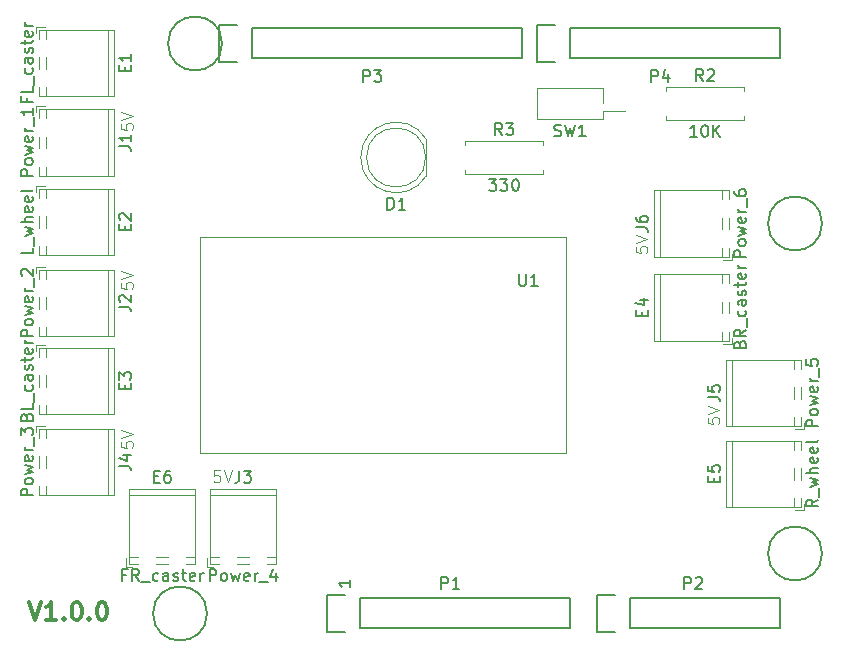
<source format=gto>
%TF.GenerationSoftware,KiCad,Pcbnew,5.1.10-88a1d61d58~90~ubuntu20.04.1*%
%TF.CreationDate,2021-09-15T20:54:35-06:00*%
%TF.ProjectId,Shiled,5368696c-6564-42e6-9b69-6361645f7063,rev?*%
%TF.SameCoordinates,Original*%
%TF.FileFunction,Legend,Top*%
%TF.FilePolarity,Positive*%
%FSLAX46Y46*%
G04 Gerber Fmt 4.6, Leading zero omitted, Abs format (unit mm)*
G04 Created by KiCad (PCBNEW 5.1.10-88a1d61d58~90~ubuntu20.04.1) date 2021-09-15 20:54:35*
%MOMM*%
%LPD*%
G01*
G04 APERTURE LIST*
%ADD10C,0.300000*%
%ADD11C,0.125000*%
%ADD12C,0.150000*%
%ADD13C,0.120000*%
G04 APERTURE END LIST*
D10*
X112212857Y-122876571D02*
X112712857Y-124376571D01*
X113212857Y-122876571D01*
X114498571Y-124376571D02*
X113641428Y-124376571D01*
X114070000Y-124376571D02*
X114070000Y-122876571D01*
X113927142Y-123090857D01*
X113784285Y-123233714D01*
X113641428Y-123305142D01*
X115141428Y-124233714D02*
X115212857Y-124305142D01*
X115141428Y-124376571D01*
X115070000Y-124305142D01*
X115141428Y-124233714D01*
X115141428Y-124376571D01*
X116141428Y-122876571D02*
X116284285Y-122876571D01*
X116427142Y-122948000D01*
X116498571Y-123019428D01*
X116570000Y-123162285D01*
X116641428Y-123448000D01*
X116641428Y-123805142D01*
X116570000Y-124090857D01*
X116498571Y-124233714D01*
X116427142Y-124305142D01*
X116284285Y-124376571D01*
X116141428Y-124376571D01*
X115998571Y-124305142D01*
X115927142Y-124233714D01*
X115855714Y-124090857D01*
X115784285Y-123805142D01*
X115784285Y-123448000D01*
X115855714Y-123162285D01*
X115927142Y-123019428D01*
X115998571Y-122948000D01*
X116141428Y-122876571D01*
X117284285Y-124233714D02*
X117355714Y-124305142D01*
X117284285Y-124376571D01*
X117212857Y-124305142D01*
X117284285Y-124233714D01*
X117284285Y-124376571D01*
X118284285Y-122876571D02*
X118427142Y-122876571D01*
X118570000Y-122948000D01*
X118641428Y-123019428D01*
X118712857Y-123162285D01*
X118784285Y-123448000D01*
X118784285Y-123805142D01*
X118712857Y-124090857D01*
X118641428Y-124233714D01*
X118570000Y-124305142D01*
X118427142Y-124376571D01*
X118284285Y-124376571D01*
X118141428Y-124305142D01*
X118070000Y-124233714D01*
X117998571Y-124090857D01*
X117927142Y-123805142D01*
X117927142Y-123448000D01*
X117998571Y-123162285D01*
X118070000Y-123019428D01*
X118141428Y-122948000D01*
X118284285Y-122876571D01*
D11*
X163536380Y-92773476D02*
X163536380Y-93249666D01*
X164012571Y-93297285D01*
X163964952Y-93249666D01*
X163917333Y-93154428D01*
X163917333Y-92916333D01*
X163964952Y-92821095D01*
X164012571Y-92773476D01*
X164107809Y-92725857D01*
X164345904Y-92725857D01*
X164441142Y-92773476D01*
X164488761Y-92821095D01*
X164536380Y-92916333D01*
X164536380Y-93154428D01*
X164488761Y-93249666D01*
X164441142Y-93297285D01*
X163536380Y-92440142D02*
X164536380Y-92106809D01*
X163536380Y-91773476D01*
X169632380Y-107251476D02*
X169632380Y-107727666D01*
X170108571Y-107775285D01*
X170060952Y-107727666D01*
X170013333Y-107632428D01*
X170013333Y-107394333D01*
X170060952Y-107299095D01*
X170108571Y-107251476D01*
X170203809Y-107203857D01*
X170441904Y-107203857D01*
X170537142Y-107251476D01*
X170584761Y-107299095D01*
X170632380Y-107394333D01*
X170632380Y-107632428D01*
X170584761Y-107727666D01*
X170537142Y-107775285D01*
X169632380Y-106918142D02*
X170632380Y-106584809D01*
X169632380Y-106251476D01*
X128333523Y-111720380D02*
X127857333Y-111720380D01*
X127809714Y-112196571D01*
X127857333Y-112148952D01*
X127952571Y-112101333D01*
X128190666Y-112101333D01*
X128285904Y-112148952D01*
X128333523Y-112196571D01*
X128381142Y-112291809D01*
X128381142Y-112529904D01*
X128333523Y-112625142D01*
X128285904Y-112672761D01*
X128190666Y-112720380D01*
X127952571Y-112720380D01*
X127857333Y-112672761D01*
X127809714Y-112625142D01*
X128666857Y-111720380D02*
X129000190Y-112720380D01*
X129333523Y-111720380D01*
X119975380Y-109283476D02*
X119975380Y-109759666D01*
X120451571Y-109807285D01*
X120403952Y-109759666D01*
X120356333Y-109664428D01*
X120356333Y-109426333D01*
X120403952Y-109331095D01*
X120451571Y-109283476D01*
X120546809Y-109235857D01*
X120784904Y-109235857D01*
X120880142Y-109283476D01*
X120927761Y-109331095D01*
X120975380Y-109426333D01*
X120975380Y-109664428D01*
X120927761Y-109759666D01*
X120880142Y-109807285D01*
X119975380Y-108950142D02*
X120975380Y-108616809D01*
X119975380Y-108283476D01*
X119975380Y-95821476D02*
X119975380Y-96297666D01*
X120451571Y-96345285D01*
X120403952Y-96297666D01*
X120356333Y-96202428D01*
X120356333Y-95964333D01*
X120403952Y-95869095D01*
X120451571Y-95821476D01*
X120546809Y-95773857D01*
X120784904Y-95773857D01*
X120880142Y-95821476D01*
X120927761Y-95869095D01*
X120975380Y-95964333D01*
X120975380Y-96202428D01*
X120927761Y-96297666D01*
X120880142Y-96345285D01*
X119975380Y-95488142D02*
X120975380Y-95154809D01*
X119975380Y-94821476D01*
X119975380Y-82359476D02*
X119975380Y-82835666D01*
X120451571Y-82883285D01*
X120403952Y-82835666D01*
X120356333Y-82740428D01*
X120356333Y-82502333D01*
X120403952Y-82407095D01*
X120451571Y-82359476D01*
X120546809Y-82311857D01*
X120784904Y-82311857D01*
X120880142Y-82359476D01*
X120927761Y-82407095D01*
X120975380Y-82502333D01*
X120975380Y-82740428D01*
X120927761Y-82835666D01*
X120880142Y-82883285D01*
X119975380Y-82026142D02*
X120975380Y-81692809D01*
X119975380Y-81359476D01*
D12*
X139390380Y-120999285D02*
X139390380Y-121570714D01*
X139390380Y-121285000D02*
X138390380Y-121285000D01*
X138533238Y-121380238D01*
X138628476Y-121475476D01*
X138676095Y-121570714D01*
D13*
%TO.C,U1*%
X157607000Y-91948000D02*
X157607000Y-110236000D01*
X157607000Y-110236000D02*
X126619000Y-110236000D01*
X126619000Y-110236000D02*
X126619000Y-91948000D01*
X126619000Y-91948000D02*
X157607000Y-91948000D01*
%TO.C,J6*%
X170875000Y-93635000D02*
X170875000Y-92865000D01*
X170875000Y-91285000D02*
X170875000Y-90325000D01*
X170875000Y-88745000D02*
X170875000Y-87975000D01*
X165575000Y-93635000D02*
X165575000Y-87975000D01*
X165115000Y-93635000D02*
X165115000Y-87975000D01*
X171435000Y-93635000D02*
X171435000Y-92865000D01*
X171435000Y-91285000D02*
X171435000Y-90325000D01*
X171435000Y-88745000D02*
X171435000Y-87975000D01*
X165115000Y-93635000D02*
X171435000Y-93635000D01*
X165115000Y-87975000D02*
X171435000Y-87975000D01*
X170935000Y-93875000D02*
X171675000Y-93875000D01*
X171675000Y-93875000D02*
X171675000Y-93375000D01*
%TO.C,R3*%
X155670000Y-86587000D02*
X155670000Y-86257000D01*
X149130000Y-86587000D02*
X155670000Y-86587000D01*
X149130000Y-86257000D02*
X149130000Y-86587000D01*
X155670000Y-83847000D02*
X155670000Y-84177000D01*
X149130000Y-83847000D02*
X155670000Y-83847000D01*
X149130000Y-84177000D02*
X149130000Y-83847000D01*
%TO.C,R2*%
X172688000Y-82015000D02*
X172688000Y-81685000D01*
X166148000Y-82015000D02*
X172688000Y-82015000D01*
X166148000Y-81685000D02*
X166148000Y-82015000D01*
X172688000Y-79275000D02*
X172688000Y-79605000D01*
X166148000Y-79275000D02*
X172688000Y-79275000D01*
X166148000Y-79605000D02*
X166148000Y-79275000D01*
%TO.C,SW1*%
X155228000Y-80584000D02*
X155228000Y-79315000D01*
X160748000Y-80584000D02*
X160748000Y-79315000D01*
X155228000Y-81975000D02*
X155228000Y-80706000D01*
X160748000Y-81975000D02*
X155228000Y-81975000D01*
X160748000Y-81975000D02*
X160748000Y-81325000D01*
X162598000Y-81325000D02*
X160748000Y-81325000D01*
X160748000Y-79315000D02*
X155228000Y-79315000D01*
%TO.C,J5*%
X177771000Y-108226000D02*
X177771000Y-107726000D01*
X177031000Y-108226000D02*
X177771000Y-108226000D01*
X171211000Y-102326000D02*
X177531000Y-102326000D01*
X171211000Y-107986000D02*
X177531000Y-107986000D01*
X177531000Y-103096000D02*
X177531000Y-102326000D01*
X177531000Y-105636000D02*
X177531000Y-104676000D01*
X177531000Y-107986000D02*
X177531000Y-107216000D01*
X171211000Y-107986000D02*
X171211000Y-102326000D01*
X171671000Y-107986000D02*
X171671000Y-102326000D01*
X176971000Y-103096000D02*
X176971000Y-102326000D01*
X176971000Y-105636000D02*
X176971000Y-104676000D01*
X176971000Y-107986000D02*
X176971000Y-107216000D01*
%TO.C,J4*%
X112805000Y-107928000D02*
X112805000Y-108428000D01*
X113545000Y-107928000D02*
X112805000Y-107928000D01*
X119365000Y-113828000D02*
X113045000Y-113828000D01*
X119365000Y-108168000D02*
X113045000Y-108168000D01*
X113045000Y-113058000D02*
X113045000Y-113828000D01*
X113045000Y-110518000D02*
X113045000Y-111478000D01*
X113045000Y-108168000D02*
X113045000Y-108938000D01*
X119365000Y-108168000D02*
X119365000Y-113828000D01*
X118905000Y-108168000D02*
X118905000Y-113828000D01*
X113605000Y-113058000D02*
X113605000Y-113828000D01*
X113605000Y-110518000D02*
X113605000Y-111478000D01*
X113605000Y-108168000D02*
X113605000Y-108938000D01*
%TO.C,J3*%
X127232000Y-119859000D02*
X127732000Y-119859000D01*
X127232000Y-119119000D02*
X127232000Y-119859000D01*
X133132000Y-113299000D02*
X133132000Y-119619000D01*
X127472000Y-113299000D02*
X127472000Y-119619000D01*
X132362000Y-119619000D02*
X133132000Y-119619000D01*
X129822000Y-119619000D02*
X130782000Y-119619000D01*
X127472000Y-119619000D02*
X128242000Y-119619000D01*
X127472000Y-113299000D02*
X133132000Y-113299000D01*
X127472000Y-113759000D02*
X133132000Y-113759000D01*
X132362000Y-119059000D02*
X133132000Y-119059000D01*
X129822000Y-119059000D02*
X130782000Y-119059000D01*
X127472000Y-119059000D02*
X128242000Y-119059000D01*
%TO.C,J2*%
X112805000Y-94466000D02*
X112805000Y-94966000D01*
X113545000Y-94466000D02*
X112805000Y-94466000D01*
X119365000Y-100366000D02*
X113045000Y-100366000D01*
X119365000Y-94706000D02*
X113045000Y-94706000D01*
X113045000Y-99596000D02*
X113045000Y-100366000D01*
X113045000Y-97056000D02*
X113045000Y-98016000D01*
X113045000Y-94706000D02*
X113045000Y-95476000D01*
X119365000Y-94706000D02*
X119365000Y-100366000D01*
X118905000Y-94706000D02*
X118905000Y-100366000D01*
X113605000Y-99596000D02*
X113605000Y-100366000D01*
X113605000Y-97056000D02*
X113605000Y-98016000D01*
X113605000Y-94706000D02*
X113605000Y-95476000D01*
%TO.C,J1*%
X112805000Y-80877000D02*
X112805000Y-81377000D01*
X113545000Y-80877000D02*
X112805000Y-80877000D01*
X119365000Y-86777000D02*
X113045000Y-86777000D01*
X119365000Y-81117000D02*
X113045000Y-81117000D01*
X113045000Y-86007000D02*
X113045000Y-86777000D01*
X113045000Y-83467000D02*
X113045000Y-84427000D01*
X113045000Y-81117000D02*
X113045000Y-81887000D01*
X119365000Y-81117000D02*
X119365000Y-86777000D01*
X118905000Y-81117000D02*
X118905000Y-86777000D01*
X113605000Y-86007000D02*
X113605000Y-86777000D01*
X113605000Y-83467000D02*
X113605000Y-84427000D01*
X113605000Y-81117000D02*
X113605000Y-81887000D01*
%TO.C,E6*%
X120374000Y-119859000D02*
X120874000Y-119859000D01*
X120374000Y-119119000D02*
X120374000Y-119859000D01*
X126274000Y-113299000D02*
X126274000Y-119619000D01*
X120614000Y-113299000D02*
X120614000Y-119619000D01*
X125504000Y-119619000D02*
X126274000Y-119619000D01*
X122964000Y-119619000D02*
X123924000Y-119619000D01*
X120614000Y-119619000D02*
X121384000Y-119619000D01*
X120614000Y-113299000D02*
X126274000Y-113299000D01*
X120614000Y-113759000D02*
X126274000Y-113759000D01*
X125504000Y-119059000D02*
X126274000Y-119059000D01*
X122964000Y-119059000D02*
X123924000Y-119059000D01*
X120614000Y-119059000D02*
X121384000Y-119059000D01*
%TO.C,E5*%
X177771000Y-115084000D02*
X177771000Y-114584000D01*
X177031000Y-115084000D02*
X177771000Y-115084000D01*
X171211000Y-109184000D02*
X177531000Y-109184000D01*
X171211000Y-114844000D02*
X177531000Y-114844000D01*
X177531000Y-109954000D02*
X177531000Y-109184000D01*
X177531000Y-112494000D02*
X177531000Y-111534000D01*
X177531000Y-114844000D02*
X177531000Y-114074000D01*
X171211000Y-114844000D02*
X171211000Y-109184000D01*
X171671000Y-114844000D02*
X171671000Y-109184000D01*
X176971000Y-109954000D02*
X176971000Y-109184000D01*
X176971000Y-112494000D02*
X176971000Y-111534000D01*
X176971000Y-114844000D02*
X176971000Y-114074000D01*
%TO.C,E4*%
X171675000Y-100987000D02*
X171675000Y-100487000D01*
X170935000Y-100987000D02*
X171675000Y-100987000D01*
X165115000Y-95087000D02*
X171435000Y-95087000D01*
X165115000Y-100747000D02*
X171435000Y-100747000D01*
X171435000Y-95857000D02*
X171435000Y-95087000D01*
X171435000Y-98397000D02*
X171435000Y-97437000D01*
X171435000Y-100747000D02*
X171435000Y-99977000D01*
X165115000Y-100747000D02*
X165115000Y-95087000D01*
X165575000Y-100747000D02*
X165575000Y-95087000D01*
X170875000Y-95857000D02*
X170875000Y-95087000D01*
X170875000Y-98397000D02*
X170875000Y-97437000D01*
X170875000Y-100747000D02*
X170875000Y-99977000D01*
%TO.C,E3*%
X112805000Y-101070000D02*
X112805000Y-101570000D01*
X113545000Y-101070000D02*
X112805000Y-101070000D01*
X119365000Y-106970000D02*
X113045000Y-106970000D01*
X119365000Y-101310000D02*
X113045000Y-101310000D01*
X113045000Y-106200000D02*
X113045000Y-106970000D01*
X113045000Y-103660000D02*
X113045000Y-104620000D01*
X113045000Y-101310000D02*
X113045000Y-102080000D01*
X119365000Y-101310000D02*
X119365000Y-106970000D01*
X118905000Y-101310000D02*
X118905000Y-106970000D01*
X113605000Y-106200000D02*
X113605000Y-106970000D01*
X113605000Y-103660000D02*
X113605000Y-104620000D01*
X113605000Y-101310000D02*
X113605000Y-102080000D01*
%TO.C,E2*%
X112805000Y-87608000D02*
X112805000Y-88108000D01*
X113545000Y-87608000D02*
X112805000Y-87608000D01*
X119365000Y-93508000D02*
X113045000Y-93508000D01*
X119365000Y-87848000D02*
X113045000Y-87848000D01*
X113045000Y-92738000D02*
X113045000Y-93508000D01*
X113045000Y-90198000D02*
X113045000Y-91158000D01*
X113045000Y-87848000D02*
X113045000Y-88618000D01*
X119365000Y-87848000D02*
X119365000Y-93508000D01*
X118905000Y-87848000D02*
X118905000Y-93508000D01*
X113605000Y-92738000D02*
X113605000Y-93508000D01*
X113605000Y-90198000D02*
X113605000Y-91158000D01*
X113605000Y-87848000D02*
X113605000Y-88618000D01*
%TO.C,E1*%
X112805000Y-74146000D02*
X112805000Y-74646000D01*
X113545000Y-74146000D02*
X112805000Y-74146000D01*
X119365000Y-80046000D02*
X113045000Y-80046000D01*
X119365000Y-74386000D02*
X113045000Y-74386000D01*
X113045000Y-79276000D02*
X113045000Y-80046000D01*
X113045000Y-76736000D02*
X113045000Y-77696000D01*
X113045000Y-74386000D02*
X113045000Y-75156000D01*
X119365000Y-74386000D02*
X119365000Y-80046000D01*
X118905000Y-74386000D02*
X118905000Y-80046000D01*
X113605000Y-79276000D02*
X113605000Y-80046000D01*
X113605000Y-76736000D02*
X113605000Y-77696000D01*
X113605000Y-74386000D02*
X113605000Y-75156000D01*
%TO.C,D1*%
X145756000Y-85217000D02*
G75*
G03*
X145756000Y-85217000I-2500000J0D01*
G01*
X145816000Y-86762000D02*
X145816000Y-83672000D01*
X140266000Y-85217462D02*
G75*
G02*
X145816000Y-83672170I2990000J462D01*
G01*
X140266000Y-85216538D02*
G75*
G03*
X145816000Y-86761830I2990000J-462D01*
G01*
D12*
%TO.C,P1*%
X137388000Y-122275000D02*
X137388000Y-125375000D01*
X138938000Y-122275000D02*
X137388000Y-122275000D01*
X140208000Y-125095000D02*
X140208000Y-122555000D01*
X137388000Y-125375000D02*
X138938000Y-125375000D01*
X157988000Y-122555000D02*
X140208000Y-122555000D01*
X157988000Y-125095000D02*
X157988000Y-122555000D01*
X140208000Y-125095000D02*
X157988000Y-125095000D01*
%TO.C,P2*%
X160248000Y-122275000D02*
X160248000Y-125375000D01*
X161798000Y-122275000D02*
X160248000Y-122275000D01*
X163068000Y-125095000D02*
X163068000Y-122555000D01*
X160248000Y-125375000D02*
X161798000Y-125375000D01*
X175768000Y-122555000D02*
X163068000Y-122555000D01*
X175768000Y-125095000D02*
X175768000Y-122555000D01*
X163068000Y-125095000D02*
X175768000Y-125095000D01*
%TO.C,P3*%
X128244000Y-74015000D02*
X128244000Y-77115000D01*
X129794000Y-74015000D02*
X128244000Y-74015000D01*
X131064000Y-76835000D02*
X131064000Y-74295000D01*
X128244000Y-77115000D02*
X129794000Y-77115000D01*
X153924000Y-74295000D02*
X131064000Y-74295000D01*
X153924000Y-76835000D02*
X153924000Y-74295000D01*
X131064000Y-76835000D02*
X153924000Y-76835000D01*
%TO.C,P4*%
X155168000Y-74015000D02*
X155168000Y-77115000D01*
X156718000Y-74015000D02*
X155168000Y-74015000D01*
X157988000Y-76835000D02*
X157988000Y-74295000D01*
X155168000Y-77115000D02*
X156718000Y-77115000D01*
X175768000Y-74295000D02*
X157988000Y-74295000D01*
X175768000Y-76835000D02*
X175768000Y-74295000D01*
X157988000Y-76835000D02*
X175768000Y-76835000D01*
%TO.C,P5*%
X127254000Y-123825000D02*
G75*
G03*
X127254000Y-123825000I-2286000J0D01*
G01*
%TO.C,P6*%
X179324000Y-118745000D02*
G75*
G03*
X179324000Y-118745000I-2286000J0D01*
G01*
%TO.C,P7*%
X128524000Y-75565000D02*
G75*
G03*
X128524000Y-75565000I-2286000J0D01*
G01*
%TO.C,P8*%
X179324000Y-90805000D02*
G75*
G03*
X179324000Y-90805000I-2286000J0D01*
G01*
%TO.C,U1*%
X153670095Y-95083380D02*
X153670095Y-95892904D01*
X153717714Y-95988142D01*
X153765333Y-96035761D01*
X153860571Y-96083380D01*
X154051047Y-96083380D01*
X154146285Y-96035761D01*
X154193904Y-95988142D01*
X154241523Y-95892904D01*
X154241523Y-95083380D01*
X155241523Y-96083380D02*
X154670095Y-96083380D01*
X154955809Y-96083380D02*
X154955809Y-95083380D01*
X154860571Y-95226238D01*
X154765333Y-95321476D01*
X154670095Y-95369095D01*
%TO.C,J6*%
X163567380Y-91138333D02*
X164281666Y-91138333D01*
X164424523Y-91185952D01*
X164519761Y-91281190D01*
X164567380Y-91424047D01*
X164567380Y-91519285D01*
X163567380Y-90233571D02*
X163567380Y-90424047D01*
X163615000Y-90519285D01*
X163662619Y-90566904D01*
X163805476Y-90662142D01*
X163995952Y-90709761D01*
X164376904Y-90709761D01*
X164472142Y-90662142D01*
X164519761Y-90614523D01*
X164567380Y-90519285D01*
X164567380Y-90328809D01*
X164519761Y-90233571D01*
X164472142Y-90185952D01*
X164376904Y-90138333D01*
X164138809Y-90138333D01*
X164043571Y-90185952D01*
X163995952Y-90233571D01*
X163948333Y-90328809D01*
X163948333Y-90519285D01*
X163995952Y-90614523D01*
X164043571Y-90662142D01*
X164138809Y-90709761D01*
X172887380Y-93638333D02*
X171887380Y-93638333D01*
X171887380Y-93257380D01*
X171935000Y-93162142D01*
X171982619Y-93114523D01*
X172077857Y-93066904D01*
X172220714Y-93066904D01*
X172315952Y-93114523D01*
X172363571Y-93162142D01*
X172411190Y-93257380D01*
X172411190Y-93638333D01*
X172887380Y-92495476D02*
X172839761Y-92590714D01*
X172792142Y-92638333D01*
X172696904Y-92685952D01*
X172411190Y-92685952D01*
X172315952Y-92638333D01*
X172268333Y-92590714D01*
X172220714Y-92495476D01*
X172220714Y-92352619D01*
X172268333Y-92257380D01*
X172315952Y-92209761D01*
X172411190Y-92162142D01*
X172696904Y-92162142D01*
X172792142Y-92209761D01*
X172839761Y-92257380D01*
X172887380Y-92352619D01*
X172887380Y-92495476D01*
X172220714Y-91828809D02*
X172887380Y-91638333D01*
X172411190Y-91447857D01*
X172887380Y-91257380D01*
X172220714Y-91066904D01*
X172839761Y-90305000D02*
X172887380Y-90400238D01*
X172887380Y-90590714D01*
X172839761Y-90685952D01*
X172744523Y-90733571D01*
X172363571Y-90733571D01*
X172268333Y-90685952D01*
X172220714Y-90590714D01*
X172220714Y-90400238D01*
X172268333Y-90305000D01*
X172363571Y-90257380D01*
X172458809Y-90257380D01*
X172554047Y-90733571D01*
X172887380Y-89828809D02*
X172220714Y-89828809D01*
X172411190Y-89828809D02*
X172315952Y-89781190D01*
X172268333Y-89733571D01*
X172220714Y-89638333D01*
X172220714Y-89543095D01*
X172982619Y-89447857D02*
X172982619Y-88685952D01*
X171887380Y-88019285D02*
X171887380Y-88209761D01*
X171935000Y-88305000D01*
X171982619Y-88352619D01*
X172125476Y-88447857D01*
X172315952Y-88495476D01*
X172696904Y-88495476D01*
X172792142Y-88447857D01*
X172839761Y-88400238D01*
X172887380Y-88305000D01*
X172887380Y-88114523D01*
X172839761Y-88019285D01*
X172792142Y-87971666D01*
X172696904Y-87924047D01*
X172458809Y-87924047D01*
X172363571Y-87971666D01*
X172315952Y-88019285D01*
X172268333Y-88114523D01*
X172268333Y-88305000D01*
X172315952Y-88400238D01*
X172363571Y-88447857D01*
X172458809Y-88495476D01*
%TO.C,R3*%
X152233333Y-83299380D02*
X151900000Y-82823190D01*
X151661904Y-83299380D02*
X151661904Y-82299380D01*
X152042857Y-82299380D01*
X152138095Y-82347000D01*
X152185714Y-82394619D01*
X152233333Y-82489857D01*
X152233333Y-82632714D01*
X152185714Y-82727952D01*
X152138095Y-82775571D01*
X152042857Y-82823190D01*
X151661904Y-82823190D01*
X152566666Y-82299380D02*
X153185714Y-82299380D01*
X152852380Y-82680333D01*
X152995238Y-82680333D01*
X153090476Y-82727952D01*
X153138095Y-82775571D01*
X153185714Y-82870809D01*
X153185714Y-83108904D01*
X153138095Y-83204142D01*
X153090476Y-83251761D01*
X152995238Y-83299380D01*
X152709523Y-83299380D01*
X152614285Y-83251761D01*
X152566666Y-83204142D01*
X151114285Y-87039380D02*
X151733333Y-87039380D01*
X151400000Y-87420333D01*
X151542857Y-87420333D01*
X151638095Y-87467952D01*
X151685714Y-87515571D01*
X151733333Y-87610809D01*
X151733333Y-87848904D01*
X151685714Y-87944142D01*
X151638095Y-87991761D01*
X151542857Y-88039380D01*
X151257142Y-88039380D01*
X151161904Y-87991761D01*
X151114285Y-87944142D01*
X152066666Y-87039380D02*
X152685714Y-87039380D01*
X152352380Y-87420333D01*
X152495238Y-87420333D01*
X152590476Y-87467952D01*
X152638095Y-87515571D01*
X152685714Y-87610809D01*
X152685714Y-87848904D01*
X152638095Y-87944142D01*
X152590476Y-87991761D01*
X152495238Y-88039380D01*
X152209523Y-88039380D01*
X152114285Y-87991761D01*
X152066666Y-87944142D01*
X153304761Y-87039380D02*
X153400000Y-87039380D01*
X153495238Y-87087000D01*
X153542857Y-87134619D01*
X153590476Y-87229857D01*
X153638095Y-87420333D01*
X153638095Y-87658428D01*
X153590476Y-87848904D01*
X153542857Y-87944142D01*
X153495238Y-87991761D01*
X153400000Y-88039380D01*
X153304761Y-88039380D01*
X153209523Y-87991761D01*
X153161904Y-87944142D01*
X153114285Y-87848904D01*
X153066666Y-87658428D01*
X153066666Y-87420333D01*
X153114285Y-87229857D01*
X153161904Y-87134619D01*
X153209523Y-87087000D01*
X153304761Y-87039380D01*
%TO.C,R2*%
X169251333Y-78727380D02*
X168918000Y-78251190D01*
X168679904Y-78727380D02*
X168679904Y-77727380D01*
X169060857Y-77727380D01*
X169156095Y-77775000D01*
X169203714Y-77822619D01*
X169251333Y-77917857D01*
X169251333Y-78060714D01*
X169203714Y-78155952D01*
X169156095Y-78203571D01*
X169060857Y-78251190D01*
X168679904Y-78251190D01*
X169632285Y-77822619D02*
X169679904Y-77775000D01*
X169775142Y-77727380D01*
X170013238Y-77727380D01*
X170108476Y-77775000D01*
X170156095Y-77822619D01*
X170203714Y-77917857D01*
X170203714Y-78013095D01*
X170156095Y-78155952D01*
X169584666Y-78727380D01*
X170203714Y-78727380D01*
X168727523Y-83467380D02*
X168156095Y-83467380D01*
X168441809Y-83467380D02*
X168441809Y-82467380D01*
X168346571Y-82610238D01*
X168251333Y-82705476D01*
X168156095Y-82753095D01*
X169346571Y-82467380D02*
X169441809Y-82467380D01*
X169537047Y-82515000D01*
X169584666Y-82562619D01*
X169632285Y-82657857D01*
X169679904Y-82848333D01*
X169679904Y-83086428D01*
X169632285Y-83276904D01*
X169584666Y-83372142D01*
X169537047Y-83419761D01*
X169441809Y-83467380D01*
X169346571Y-83467380D01*
X169251333Y-83419761D01*
X169203714Y-83372142D01*
X169156095Y-83276904D01*
X169108476Y-83086428D01*
X169108476Y-82848333D01*
X169156095Y-82657857D01*
X169203714Y-82562619D01*
X169251333Y-82515000D01*
X169346571Y-82467380D01*
X170108476Y-83467380D02*
X170108476Y-82467380D01*
X170679904Y-83467380D02*
X170251333Y-82895952D01*
X170679904Y-82467380D02*
X170108476Y-83038809D01*
%TO.C,SW1*%
X156654666Y-83379761D02*
X156797523Y-83427380D01*
X157035619Y-83427380D01*
X157130857Y-83379761D01*
X157178476Y-83332142D01*
X157226095Y-83236904D01*
X157226095Y-83141666D01*
X157178476Y-83046428D01*
X157130857Y-82998809D01*
X157035619Y-82951190D01*
X156845142Y-82903571D01*
X156749904Y-82855952D01*
X156702285Y-82808333D01*
X156654666Y-82713095D01*
X156654666Y-82617857D01*
X156702285Y-82522619D01*
X156749904Y-82475000D01*
X156845142Y-82427380D01*
X157083238Y-82427380D01*
X157226095Y-82475000D01*
X157559428Y-82427380D02*
X157797523Y-83427380D01*
X157988000Y-82713095D01*
X158178476Y-83427380D01*
X158416571Y-82427380D01*
X159321333Y-83427380D02*
X158749904Y-83427380D01*
X159035619Y-83427380D02*
X159035619Y-82427380D01*
X158940380Y-82570238D01*
X158845142Y-82665476D01*
X158749904Y-82713095D01*
%TO.C,J5*%
X169663380Y-105489333D02*
X170377666Y-105489333D01*
X170520523Y-105536952D01*
X170615761Y-105632190D01*
X170663380Y-105775047D01*
X170663380Y-105870285D01*
X169663380Y-104536952D02*
X169663380Y-105013142D01*
X170139571Y-105060761D01*
X170091952Y-105013142D01*
X170044333Y-104917904D01*
X170044333Y-104679809D01*
X170091952Y-104584571D01*
X170139571Y-104536952D01*
X170234809Y-104489333D01*
X170472904Y-104489333D01*
X170568142Y-104536952D01*
X170615761Y-104584571D01*
X170663380Y-104679809D01*
X170663380Y-104917904D01*
X170615761Y-105013142D01*
X170568142Y-105060761D01*
X178983380Y-107989333D02*
X177983380Y-107989333D01*
X177983380Y-107608380D01*
X178031000Y-107513142D01*
X178078619Y-107465523D01*
X178173857Y-107417904D01*
X178316714Y-107417904D01*
X178411952Y-107465523D01*
X178459571Y-107513142D01*
X178507190Y-107608380D01*
X178507190Y-107989333D01*
X178983380Y-106846476D02*
X178935761Y-106941714D01*
X178888142Y-106989333D01*
X178792904Y-107036952D01*
X178507190Y-107036952D01*
X178411952Y-106989333D01*
X178364333Y-106941714D01*
X178316714Y-106846476D01*
X178316714Y-106703619D01*
X178364333Y-106608380D01*
X178411952Y-106560761D01*
X178507190Y-106513142D01*
X178792904Y-106513142D01*
X178888142Y-106560761D01*
X178935761Y-106608380D01*
X178983380Y-106703619D01*
X178983380Y-106846476D01*
X178316714Y-106179809D02*
X178983380Y-105989333D01*
X178507190Y-105798857D01*
X178983380Y-105608380D01*
X178316714Y-105417904D01*
X178935761Y-104656000D02*
X178983380Y-104751238D01*
X178983380Y-104941714D01*
X178935761Y-105036952D01*
X178840523Y-105084571D01*
X178459571Y-105084571D01*
X178364333Y-105036952D01*
X178316714Y-104941714D01*
X178316714Y-104751238D01*
X178364333Y-104656000D01*
X178459571Y-104608380D01*
X178554809Y-104608380D01*
X178650047Y-105084571D01*
X178983380Y-104179809D02*
X178316714Y-104179809D01*
X178507190Y-104179809D02*
X178411952Y-104132190D01*
X178364333Y-104084571D01*
X178316714Y-103989333D01*
X178316714Y-103894095D01*
X179078619Y-103798857D02*
X179078619Y-103036952D01*
X177983380Y-102322666D02*
X177983380Y-102798857D01*
X178459571Y-102846476D01*
X178411952Y-102798857D01*
X178364333Y-102703619D01*
X178364333Y-102465523D01*
X178411952Y-102370285D01*
X178459571Y-102322666D01*
X178554809Y-102275047D01*
X178792904Y-102275047D01*
X178888142Y-102322666D01*
X178935761Y-102370285D01*
X178983380Y-102465523D01*
X178983380Y-102703619D01*
X178935761Y-102798857D01*
X178888142Y-102846476D01*
%TO.C,J4*%
X119817380Y-111331333D02*
X120531666Y-111331333D01*
X120674523Y-111378952D01*
X120769761Y-111474190D01*
X120817380Y-111617047D01*
X120817380Y-111712285D01*
X120150714Y-110426571D02*
X120817380Y-110426571D01*
X119769761Y-110664666D02*
X120484047Y-110902761D01*
X120484047Y-110283714D01*
X112497380Y-113831333D02*
X111497380Y-113831333D01*
X111497380Y-113450380D01*
X111545000Y-113355142D01*
X111592619Y-113307523D01*
X111687857Y-113259904D01*
X111830714Y-113259904D01*
X111925952Y-113307523D01*
X111973571Y-113355142D01*
X112021190Y-113450380D01*
X112021190Y-113831333D01*
X112497380Y-112688476D02*
X112449761Y-112783714D01*
X112402142Y-112831333D01*
X112306904Y-112878952D01*
X112021190Y-112878952D01*
X111925952Y-112831333D01*
X111878333Y-112783714D01*
X111830714Y-112688476D01*
X111830714Y-112545619D01*
X111878333Y-112450380D01*
X111925952Y-112402761D01*
X112021190Y-112355142D01*
X112306904Y-112355142D01*
X112402142Y-112402761D01*
X112449761Y-112450380D01*
X112497380Y-112545619D01*
X112497380Y-112688476D01*
X111830714Y-112021809D02*
X112497380Y-111831333D01*
X112021190Y-111640857D01*
X112497380Y-111450380D01*
X111830714Y-111259904D01*
X112449761Y-110498000D02*
X112497380Y-110593238D01*
X112497380Y-110783714D01*
X112449761Y-110878952D01*
X112354523Y-110926571D01*
X111973571Y-110926571D01*
X111878333Y-110878952D01*
X111830714Y-110783714D01*
X111830714Y-110593238D01*
X111878333Y-110498000D01*
X111973571Y-110450380D01*
X112068809Y-110450380D01*
X112164047Y-110926571D01*
X112497380Y-110021809D02*
X111830714Y-110021809D01*
X112021190Y-110021809D02*
X111925952Y-109974190D01*
X111878333Y-109926571D01*
X111830714Y-109831333D01*
X111830714Y-109736095D01*
X112592619Y-109640857D02*
X112592619Y-108878952D01*
X111497380Y-108736095D02*
X111497380Y-108117047D01*
X111878333Y-108450380D01*
X111878333Y-108307523D01*
X111925952Y-108212285D01*
X111973571Y-108164666D01*
X112068809Y-108117047D01*
X112306904Y-108117047D01*
X112402142Y-108164666D01*
X112449761Y-108212285D01*
X112497380Y-108307523D01*
X112497380Y-108593238D01*
X112449761Y-108688476D01*
X112402142Y-108736095D01*
%TO.C,J3*%
X129968666Y-111751380D02*
X129968666Y-112465666D01*
X129921047Y-112608523D01*
X129825809Y-112703761D01*
X129682952Y-112751380D01*
X129587714Y-112751380D01*
X130349619Y-111751380D02*
X130968666Y-111751380D01*
X130635333Y-112132333D01*
X130778190Y-112132333D01*
X130873428Y-112179952D01*
X130921047Y-112227571D01*
X130968666Y-112322809D01*
X130968666Y-112560904D01*
X130921047Y-112656142D01*
X130873428Y-112703761D01*
X130778190Y-112751380D01*
X130492476Y-112751380D01*
X130397238Y-112703761D01*
X130349619Y-112656142D01*
X127468666Y-121071380D02*
X127468666Y-120071380D01*
X127849619Y-120071380D01*
X127944857Y-120119000D01*
X127992476Y-120166619D01*
X128040095Y-120261857D01*
X128040095Y-120404714D01*
X127992476Y-120499952D01*
X127944857Y-120547571D01*
X127849619Y-120595190D01*
X127468666Y-120595190D01*
X128611523Y-121071380D02*
X128516285Y-121023761D01*
X128468666Y-120976142D01*
X128421047Y-120880904D01*
X128421047Y-120595190D01*
X128468666Y-120499952D01*
X128516285Y-120452333D01*
X128611523Y-120404714D01*
X128754380Y-120404714D01*
X128849619Y-120452333D01*
X128897238Y-120499952D01*
X128944857Y-120595190D01*
X128944857Y-120880904D01*
X128897238Y-120976142D01*
X128849619Y-121023761D01*
X128754380Y-121071380D01*
X128611523Y-121071380D01*
X129278190Y-120404714D02*
X129468666Y-121071380D01*
X129659142Y-120595190D01*
X129849619Y-121071380D01*
X130040095Y-120404714D01*
X130802000Y-121023761D02*
X130706761Y-121071380D01*
X130516285Y-121071380D01*
X130421047Y-121023761D01*
X130373428Y-120928523D01*
X130373428Y-120547571D01*
X130421047Y-120452333D01*
X130516285Y-120404714D01*
X130706761Y-120404714D01*
X130802000Y-120452333D01*
X130849619Y-120547571D01*
X130849619Y-120642809D01*
X130373428Y-120738047D01*
X131278190Y-121071380D02*
X131278190Y-120404714D01*
X131278190Y-120595190D02*
X131325809Y-120499952D01*
X131373428Y-120452333D01*
X131468666Y-120404714D01*
X131563904Y-120404714D01*
X131659142Y-121166619D02*
X132421047Y-121166619D01*
X133087714Y-120404714D02*
X133087714Y-121071380D01*
X132849619Y-120023761D02*
X132611523Y-120738047D01*
X133230571Y-120738047D01*
%TO.C,J2*%
X119817380Y-97869333D02*
X120531666Y-97869333D01*
X120674523Y-97916952D01*
X120769761Y-98012190D01*
X120817380Y-98155047D01*
X120817380Y-98250285D01*
X119912619Y-97440761D02*
X119865000Y-97393142D01*
X119817380Y-97297904D01*
X119817380Y-97059809D01*
X119865000Y-96964571D01*
X119912619Y-96916952D01*
X120007857Y-96869333D01*
X120103095Y-96869333D01*
X120245952Y-96916952D01*
X120817380Y-97488380D01*
X120817380Y-96869333D01*
X112497380Y-100369333D02*
X111497380Y-100369333D01*
X111497380Y-99988380D01*
X111545000Y-99893142D01*
X111592619Y-99845523D01*
X111687857Y-99797904D01*
X111830714Y-99797904D01*
X111925952Y-99845523D01*
X111973571Y-99893142D01*
X112021190Y-99988380D01*
X112021190Y-100369333D01*
X112497380Y-99226476D02*
X112449761Y-99321714D01*
X112402142Y-99369333D01*
X112306904Y-99416952D01*
X112021190Y-99416952D01*
X111925952Y-99369333D01*
X111878333Y-99321714D01*
X111830714Y-99226476D01*
X111830714Y-99083619D01*
X111878333Y-98988380D01*
X111925952Y-98940761D01*
X112021190Y-98893142D01*
X112306904Y-98893142D01*
X112402142Y-98940761D01*
X112449761Y-98988380D01*
X112497380Y-99083619D01*
X112497380Y-99226476D01*
X111830714Y-98559809D02*
X112497380Y-98369333D01*
X112021190Y-98178857D01*
X112497380Y-97988380D01*
X111830714Y-97797904D01*
X112449761Y-97036000D02*
X112497380Y-97131238D01*
X112497380Y-97321714D01*
X112449761Y-97416952D01*
X112354523Y-97464571D01*
X111973571Y-97464571D01*
X111878333Y-97416952D01*
X111830714Y-97321714D01*
X111830714Y-97131238D01*
X111878333Y-97036000D01*
X111973571Y-96988380D01*
X112068809Y-96988380D01*
X112164047Y-97464571D01*
X112497380Y-96559809D02*
X111830714Y-96559809D01*
X112021190Y-96559809D02*
X111925952Y-96512190D01*
X111878333Y-96464571D01*
X111830714Y-96369333D01*
X111830714Y-96274095D01*
X112592619Y-96178857D02*
X112592619Y-95416952D01*
X111592619Y-95226476D02*
X111545000Y-95178857D01*
X111497380Y-95083619D01*
X111497380Y-94845523D01*
X111545000Y-94750285D01*
X111592619Y-94702666D01*
X111687857Y-94655047D01*
X111783095Y-94655047D01*
X111925952Y-94702666D01*
X112497380Y-95274095D01*
X112497380Y-94655047D01*
%TO.C,J1*%
X119817380Y-84280333D02*
X120531666Y-84280333D01*
X120674523Y-84327952D01*
X120769761Y-84423190D01*
X120817380Y-84566047D01*
X120817380Y-84661285D01*
X120817380Y-83280333D02*
X120817380Y-83851761D01*
X120817380Y-83566047D02*
X119817380Y-83566047D01*
X119960238Y-83661285D01*
X120055476Y-83756523D01*
X120103095Y-83851761D01*
X112497380Y-86780333D02*
X111497380Y-86780333D01*
X111497380Y-86399380D01*
X111545000Y-86304142D01*
X111592619Y-86256523D01*
X111687857Y-86208904D01*
X111830714Y-86208904D01*
X111925952Y-86256523D01*
X111973571Y-86304142D01*
X112021190Y-86399380D01*
X112021190Y-86780333D01*
X112497380Y-85637476D02*
X112449761Y-85732714D01*
X112402142Y-85780333D01*
X112306904Y-85827952D01*
X112021190Y-85827952D01*
X111925952Y-85780333D01*
X111878333Y-85732714D01*
X111830714Y-85637476D01*
X111830714Y-85494619D01*
X111878333Y-85399380D01*
X111925952Y-85351761D01*
X112021190Y-85304142D01*
X112306904Y-85304142D01*
X112402142Y-85351761D01*
X112449761Y-85399380D01*
X112497380Y-85494619D01*
X112497380Y-85637476D01*
X111830714Y-84970809D02*
X112497380Y-84780333D01*
X112021190Y-84589857D01*
X112497380Y-84399380D01*
X111830714Y-84208904D01*
X112449761Y-83447000D02*
X112497380Y-83542238D01*
X112497380Y-83732714D01*
X112449761Y-83827952D01*
X112354523Y-83875571D01*
X111973571Y-83875571D01*
X111878333Y-83827952D01*
X111830714Y-83732714D01*
X111830714Y-83542238D01*
X111878333Y-83447000D01*
X111973571Y-83399380D01*
X112068809Y-83399380D01*
X112164047Y-83875571D01*
X112497380Y-82970809D02*
X111830714Y-82970809D01*
X112021190Y-82970809D02*
X111925952Y-82923190D01*
X111878333Y-82875571D01*
X111830714Y-82780333D01*
X111830714Y-82685095D01*
X112592619Y-82589857D02*
X112592619Y-81827952D01*
X112497380Y-81066047D02*
X112497380Y-81637476D01*
X112497380Y-81351761D02*
X111497380Y-81351761D01*
X111640238Y-81447000D01*
X111735476Y-81542238D01*
X111783095Y-81637476D01*
%TO.C,E6*%
X122753523Y-112227571D02*
X123086857Y-112227571D01*
X123229714Y-112751380D02*
X122753523Y-112751380D01*
X122753523Y-111751380D01*
X123229714Y-111751380D01*
X124086857Y-111751380D02*
X123896380Y-111751380D01*
X123801142Y-111799000D01*
X123753523Y-111846619D01*
X123658285Y-111989476D01*
X123610666Y-112179952D01*
X123610666Y-112560904D01*
X123658285Y-112656142D01*
X123705904Y-112703761D01*
X123801142Y-112751380D01*
X123991619Y-112751380D01*
X124086857Y-112703761D01*
X124134476Y-112656142D01*
X124182095Y-112560904D01*
X124182095Y-112322809D01*
X124134476Y-112227571D01*
X124086857Y-112179952D01*
X123991619Y-112132333D01*
X123801142Y-112132333D01*
X123705904Y-112179952D01*
X123658285Y-112227571D01*
X123610666Y-112322809D01*
X120396380Y-120547571D02*
X120063047Y-120547571D01*
X120063047Y-121071380D02*
X120063047Y-120071380D01*
X120539238Y-120071380D01*
X121491619Y-121071380D02*
X121158285Y-120595190D01*
X120920190Y-121071380D02*
X120920190Y-120071380D01*
X121301142Y-120071380D01*
X121396380Y-120119000D01*
X121444000Y-120166619D01*
X121491619Y-120261857D01*
X121491619Y-120404714D01*
X121444000Y-120499952D01*
X121396380Y-120547571D01*
X121301142Y-120595190D01*
X120920190Y-120595190D01*
X121682095Y-121166619D02*
X122444000Y-121166619D01*
X123110666Y-121023761D02*
X123015428Y-121071380D01*
X122824952Y-121071380D01*
X122729714Y-121023761D01*
X122682095Y-120976142D01*
X122634476Y-120880904D01*
X122634476Y-120595190D01*
X122682095Y-120499952D01*
X122729714Y-120452333D01*
X122824952Y-120404714D01*
X123015428Y-120404714D01*
X123110666Y-120452333D01*
X123967809Y-121071380D02*
X123967809Y-120547571D01*
X123920190Y-120452333D01*
X123824952Y-120404714D01*
X123634476Y-120404714D01*
X123539238Y-120452333D01*
X123967809Y-121023761D02*
X123872571Y-121071380D01*
X123634476Y-121071380D01*
X123539238Y-121023761D01*
X123491619Y-120928523D01*
X123491619Y-120833285D01*
X123539238Y-120738047D01*
X123634476Y-120690428D01*
X123872571Y-120690428D01*
X123967809Y-120642809D01*
X124396380Y-121023761D02*
X124491619Y-121071380D01*
X124682095Y-121071380D01*
X124777333Y-121023761D01*
X124824952Y-120928523D01*
X124824952Y-120880904D01*
X124777333Y-120785666D01*
X124682095Y-120738047D01*
X124539238Y-120738047D01*
X124444000Y-120690428D01*
X124396380Y-120595190D01*
X124396380Y-120547571D01*
X124444000Y-120452333D01*
X124539238Y-120404714D01*
X124682095Y-120404714D01*
X124777333Y-120452333D01*
X125110666Y-120404714D02*
X125491619Y-120404714D01*
X125253523Y-120071380D02*
X125253523Y-120928523D01*
X125301142Y-121023761D01*
X125396380Y-121071380D01*
X125491619Y-121071380D01*
X126205904Y-121023761D02*
X126110666Y-121071380D01*
X125920190Y-121071380D01*
X125824952Y-121023761D01*
X125777333Y-120928523D01*
X125777333Y-120547571D01*
X125824952Y-120452333D01*
X125920190Y-120404714D01*
X126110666Y-120404714D01*
X126205904Y-120452333D01*
X126253523Y-120547571D01*
X126253523Y-120642809D01*
X125777333Y-120738047D01*
X126682095Y-121071380D02*
X126682095Y-120404714D01*
X126682095Y-120595190D02*
X126729714Y-120499952D01*
X126777333Y-120452333D01*
X126872571Y-120404714D01*
X126967809Y-120404714D01*
%TO.C,E5*%
X170139571Y-112704476D02*
X170139571Y-112371142D01*
X170663380Y-112228285D02*
X170663380Y-112704476D01*
X169663380Y-112704476D01*
X169663380Y-112228285D01*
X169663380Y-111323523D02*
X169663380Y-111799714D01*
X170139571Y-111847333D01*
X170091952Y-111799714D01*
X170044333Y-111704476D01*
X170044333Y-111466380D01*
X170091952Y-111371142D01*
X170139571Y-111323523D01*
X170234809Y-111275904D01*
X170472904Y-111275904D01*
X170568142Y-111323523D01*
X170615761Y-111371142D01*
X170663380Y-111466380D01*
X170663380Y-111704476D01*
X170615761Y-111799714D01*
X170568142Y-111847333D01*
X178983380Y-114180666D02*
X178507190Y-114514000D01*
X178983380Y-114752095D02*
X177983380Y-114752095D01*
X177983380Y-114371142D01*
X178031000Y-114275904D01*
X178078619Y-114228285D01*
X178173857Y-114180666D01*
X178316714Y-114180666D01*
X178411952Y-114228285D01*
X178459571Y-114275904D01*
X178507190Y-114371142D01*
X178507190Y-114752095D01*
X179078619Y-113990190D02*
X179078619Y-113228285D01*
X178316714Y-113085428D02*
X178983380Y-112894952D01*
X178507190Y-112704476D01*
X178983380Y-112514000D01*
X178316714Y-112323523D01*
X178983380Y-111942571D02*
X177983380Y-111942571D01*
X178983380Y-111514000D02*
X178459571Y-111514000D01*
X178364333Y-111561619D01*
X178316714Y-111656857D01*
X178316714Y-111799714D01*
X178364333Y-111894952D01*
X178411952Y-111942571D01*
X178935761Y-110656857D02*
X178983380Y-110752095D01*
X178983380Y-110942571D01*
X178935761Y-111037809D01*
X178840523Y-111085428D01*
X178459571Y-111085428D01*
X178364333Y-111037809D01*
X178316714Y-110942571D01*
X178316714Y-110752095D01*
X178364333Y-110656857D01*
X178459571Y-110609238D01*
X178554809Y-110609238D01*
X178650047Y-111085428D01*
X178935761Y-109799714D02*
X178983380Y-109894952D01*
X178983380Y-110085428D01*
X178935761Y-110180666D01*
X178840523Y-110228285D01*
X178459571Y-110228285D01*
X178364333Y-110180666D01*
X178316714Y-110085428D01*
X178316714Y-109894952D01*
X178364333Y-109799714D01*
X178459571Y-109752095D01*
X178554809Y-109752095D01*
X178650047Y-110228285D01*
X178983380Y-109180666D02*
X178935761Y-109275904D01*
X178840523Y-109323523D01*
X177983380Y-109323523D01*
%TO.C,E4*%
X164043571Y-98607476D02*
X164043571Y-98274142D01*
X164567380Y-98131285D02*
X164567380Y-98607476D01*
X163567380Y-98607476D01*
X163567380Y-98131285D01*
X163900714Y-97274142D02*
X164567380Y-97274142D01*
X163519761Y-97512238D02*
X164234047Y-97750333D01*
X164234047Y-97131285D01*
X172363571Y-101036047D02*
X172411190Y-100893190D01*
X172458809Y-100845571D01*
X172554047Y-100797952D01*
X172696904Y-100797952D01*
X172792142Y-100845571D01*
X172839761Y-100893190D01*
X172887380Y-100988428D01*
X172887380Y-101369380D01*
X171887380Y-101369380D01*
X171887380Y-101036047D01*
X171935000Y-100940809D01*
X171982619Y-100893190D01*
X172077857Y-100845571D01*
X172173095Y-100845571D01*
X172268333Y-100893190D01*
X172315952Y-100940809D01*
X172363571Y-101036047D01*
X172363571Y-101369380D01*
X172887380Y-99797952D02*
X172411190Y-100131285D01*
X172887380Y-100369380D02*
X171887380Y-100369380D01*
X171887380Y-99988428D01*
X171935000Y-99893190D01*
X171982619Y-99845571D01*
X172077857Y-99797952D01*
X172220714Y-99797952D01*
X172315952Y-99845571D01*
X172363571Y-99893190D01*
X172411190Y-99988428D01*
X172411190Y-100369380D01*
X172982619Y-99607476D02*
X172982619Y-98845571D01*
X172839761Y-98178904D02*
X172887380Y-98274142D01*
X172887380Y-98464619D01*
X172839761Y-98559857D01*
X172792142Y-98607476D01*
X172696904Y-98655095D01*
X172411190Y-98655095D01*
X172315952Y-98607476D01*
X172268333Y-98559857D01*
X172220714Y-98464619D01*
X172220714Y-98274142D01*
X172268333Y-98178904D01*
X172887380Y-97321761D02*
X172363571Y-97321761D01*
X172268333Y-97369380D01*
X172220714Y-97464619D01*
X172220714Y-97655095D01*
X172268333Y-97750333D01*
X172839761Y-97321761D02*
X172887380Y-97417000D01*
X172887380Y-97655095D01*
X172839761Y-97750333D01*
X172744523Y-97797952D01*
X172649285Y-97797952D01*
X172554047Y-97750333D01*
X172506428Y-97655095D01*
X172506428Y-97417000D01*
X172458809Y-97321761D01*
X172839761Y-96893190D02*
X172887380Y-96797952D01*
X172887380Y-96607476D01*
X172839761Y-96512238D01*
X172744523Y-96464619D01*
X172696904Y-96464619D01*
X172601666Y-96512238D01*
X172554047Y-96607476D01*
X172554047Y-96750333D01*
X172506428Y-96845571D01*
X172411190Y-96893190D01*
X172363571Y-96893190D01*
X172268333Y-96845571D01*
X172220714Y-96750333D01*
X172220714Y-96607476D01*
X172268333Y-96512238D01*
X172220714Y-96178904D02*
X172220714Y-95797952D01*
X171887380Y-96036047D02*
X172744523Y-96036047D01*
X172839761Y-95988428D01*
X172887380Y-95893190D01*
X172887380Y-95797952D01*
X172839761Y-95083666D02*
X172887380Y-95178904D01*
X172887380Y-95369380D01*
X172839761Y-95464619D01*
X172744523Y-95512238D01*
X172363571Y-95512238D01*
X172268333Y-95464619D01*
X172220714Y-95369380D01*
X172220714Y-95178904D01*
X172268333Y-95083666D01*
X172363571Y-95036047D01*
X172458809Y-95036047D01*
X172554047Y-95512238D01*
X172887380Y-94607476D02*
X172220714Y-94607476D01*
X172411190Y-94607476D02*
X172315952Y-94559857D01*
X172268333Y-94512238D01*
X172220714Y-94417000D01*
X172220714Y-94321761D01*
%TO.C,E3*%
X120293571Y-104830476D02*
X120293571Y-104497142D01*
X120817380Y-104354285D02*
X120817380Y-104830476D01*
X119817380Y-104830476D01*
X119817380Y-104354285D01*
X119817380Y-104020952D02*
X119817380Y-103401904D01*
X120198333Y-103735238D01*
X120198333Y-103592380D01*
X120245952Y-103497142D01*
X120293571Y-103449523D01*
X120388809Y-103401904D01*
X120626904Y-103401904D01*
X120722142Y-103449523D01*
X120769761Y-103497142D01*
X120817380Y-103592380D01*
X120817380Y-103878095D01*
X120769761Y-103973333D01*
X120722142Y-104020952D01*
X111973571Y-107163809D02*
X112021190Y-107020952D01*
X112068809Y-106973333D01*
X112164047Y-106925714D01*
X112306904Y-106925714D01*
X112402142Y-106973333D01*
X112449761Y-107020952D01*
X112497380Y-107116190D01*
X112497380Y-107497142D01*
X111497380Y-107497142D01*
X111497380Y-107163809D01*
X111545000Y-107068571D01*
X111592619Y-107020952D01*
X111687857Y-106973333D01*
X111783095Y-106973333D01*
X111878333Y-107020952D01*
X111925952Y-107068571D01*
X111973571Y-107163809D01*
X111973571Y-107497142D01*
X112497380Y-106020952D02*
X112497380Y-106497142D01*
X111497380Y-106497142D01*
X112592619Y-105925714D02*
X112592619Y-105163809D01*
X112449761Y-104497142D02*
X112497380Y-104592380D01*
X112497380Y-104782857D01*
X112449761Y-104878095D01*
X112402142Y-104925714D01*
X112306904Y-104973333D01*
X112021190Y-104973333D01*
X111925952Y-104925714D01*
X111878333Y-104878095D01*
X111830714Y-104782857D01*
X111830714Y-104592380D01*
X111878333Y-104497142D01*
X112497380Y-103640000D02*
X111973571Y-103640000D01*
X111878333Y-103687619D01*
X111830714Y-103782857D01*
X111830714Y-103973333D01*
X111878333Y-104068571D01*
X112449761Y-103640000D02*
X112497380Y-103735238D01*
X112497380Y-103973333D01*
X112449761Y-104068571D01*
X112354523Y-104116190D01*
X112259285Y-104116190D01*
X112164047Y-104068571D01*
X112116428Y-103973333D01*
X112116428Y-103735238D01*
X112068809Y-103640000D01*
X112449761Y-103211428D02*
X112497380Y-103116190D01*
X112497380Y-102925714D01*
X112449761Y-102830476D01*
X112354523Y-102782857D01*
X112306904Y-102782857D01*
X112211666Y-102830476D01*
X112164047Y-102925714D01*
X112164047Y-103068571D01*
X112116428Y-103163809D01*
X112021190Y-103211428D01*
X111973571Y-103211428D01*
X111878333Y-103163809D01*
X111830714Y-103068571D01*
X111830714Y-102925714D01*
X111878333Y-102830476D01*
X111830714Y-102497142D02*
X111830714Y-102116190D01*
X111497380Y-102354285D02*
X112354523Y-102354285D01*
X112449761Y-102306666D01*
X112497380Y-102211428D01*
X112497380Y-102116190D01*
X112449761Y-101401904D02*
X112497380Y-101497142D01*
X112497380Y-101687619D01*
X112449761Y-101782857D01*
X112354523Y-101830476D01*
X111973571Y-101830476D01*
X111878333Y-101782857D01*
X111830714Y-101687619D01*
X111830714Y-101497142D01*
X111878333Y-101401904D01*
X111973571Y-101354285D01*
X112068809Y-101354285D01*
X112164047Y-101830476D01*
X112497380Y-100925714D02*
X111830714Y-100925714D01*
X112021190Y-100925714D02*
X111925952Y-100878095D01*
X111878333Y-100830476D01*
X111830714Y-100735238D01*
X111830714Y-100640000D01*
%TO.C,E2*%
X120293571Y-91368476D02*
X120293571Y-91035142D01*
X120817380Y-90892285D02*
X120817380Y-91368476D01*
X119817380Y-91368476D01*
X119817380Y-90892285D01*
X119912619Y-90511333D02*
X119865000Y-90463714D01*
X119817380Y-90368476D01*
X119817380Y-90130380D01*
X119865000Y-90035142D01*
X119912619Y-89987523D01*
X120007857Y-89939904D01*
X120103095Y-89939904D01*
X120245952Y-89987523D01*
X120817380Y-90558952D01*
X120817380Y-89939904D01*
X112497380Y-92844666D02*
X112497380Y-93320857D01*
X111497380Y-93320857D01*
X112592619Y-92749428D02*
X112592619Y-91987523D01*
X111830714Y-91844666D02*
X112497380Y-91654190D01*
X112021190Y-91463714D01*
X112497380Y-91273238D01*
X111830714Y-91082761D01*
X112497380Y-90701809D02*
X111497380Y-90701809D01*
X112497380Y-90273238D02*
X111973571Y-90273238D01*
X111878333Y-90320857D01*
X111830714Y-90416095D01*
X111830714Y-90558952D01*
X111878333Y-90654190D01*
X111925952Y-90701809D01*
X112449761Y-89416095D02*
X112497380Y-89511333D01*
X112497380Y-89701809D01*
X112449761Y-89797047D01*
X112354523Y-89844666D01*
X111973571Y-89844666D01*
X111878333Y-89797047D01*
X111830714Y-89701809D01*
X111830714Y-89511333D01*
X111878333Y-89416095D01*
X111973571Y-89368476D01*
X112068809Y-89368476D01*
X112164047Y-89844666D01*
X112449761Y-88558952D02*
X112497380Y-88654190D01*
X112497380Y-88844666D01*
X112449761Y-88939904D01*
X112354523Y-88987523D01*
X111973571Y-88987523D01*
X111878333Y-88939904D01*
X111830714Y-88844666D01*
X111830714Y-88654190D01*
X111878333Y-88558952D01*
X111973571Y-88511333D01*
X112068809Y-88511333D01*
X112164047Y-88987523D01*
X112497380Y-87939904D02*
X112449761Y-88035142D01*
X112354523Y-88082761D01*
X111497380Y-88082761D01*
%TO.C,E1*%
X120293571Y-77906476D02*
X120293571Y-77573142D01*
X120817380Y-77430285D02*
X120817380Y-77906476D01*
X119817380Y-77906476D01*
X119817380Y-77430285D01*
X120817380Y-76477904D02*
X120817380Y-77049333D01*
X120817380Y-76763619D02*
X119817380Y-76763619D01*
X119960238Y-76858857D01*
X120055476Y-76954095D01*
X120103095Y-77049333D01*
X111973571Y-80168380D02*
X111973571Y-80501714D01*
X112497380Y-80501714D02*
X111497380Y-80501714D01*
X111497380Y-80025523D01*
X112497380Y-79168380D02*
X112497380Y-79644571D01*
X111497380Y-79644571D01*
X112592619Y-79073142D02*
X112592619Y-78311238D01*
X112449761Y-77644571D02*
X112497380Y-77739809D01*
X112497380Y-77930285D01*
X112449761Y-78025523D01*
X112402142Y-78073142D01*
X112306904Y-78120761D01*
X112021190Y-78120761D01*
X111925952Y-78073142D01*
X111878333Y-78025523D01*
X111830714Y-77930285D01*
X111830714Y-77739809D01*
X111878333Y-77644571D01*
X112497380Y-76787428D02*
X111973571Y-76787428D01*
X111878333Y-76835047D01*
X111830714Y-76930285D01*
X111830714Y-77120761D01*
X111878333Y-77216000D01*
X112449761Y-76787428D02*
X112497380Y-76882666D01*
X112497380Y-77120761D01*
X112449761Y-77216000D01*
X112354523Y-77263619D01*
X112259285Y-77263619D01*
X112164047Y-77216000D01*
X112116428Y-77120761D01*
X112116428Y-76882666D01*
X112068809Y-76787428D01*
X112449761Y-76358857D02*
X112497380Y-76263619D01*
X112497380Y-76073142D01*
X112449761Y-75977904D01*
X112354523Y-75930285D01*
X112306904Y-75930285D01*
X112211666Y-75977904D01*
X112164047Y-76073142D01*
X112164047Y-76216000D01*
X112116428Y-76311238D01*
X112021190Y-76358857D01*
X111973571Y-76358857D01*
X111878333Y-76311238D01*
X111830714Y-76216000D01*
X111830714Y-76073142D01*
X111878333Y-75977904D01*
X111830714Y-75644571D02*
X111830714Y-75263619D01*
X111497380Y-75501714D02*
X112354523Y-75501714D01*
X112449761Y-75454095D01*
X112497380Y-75358857D01*
X112497380Y-75263619D01*
X112449761Y-74549333D02*
X112497380Y-74644571D01*
X112497380Y-74835047D01*
X112449761Y-74930285D01*
X112354523Y-74977904D01*
X111973571Y-74977904D01*
X111878333Y-74930285D01*
X111830714Y-74835047D01*
X111830714Y-74644571D01*
X111878333Y-74549333D01*
X111973571Y-74501714D01*
X112068809Y-74501714D01*
X112164047Y-74977904D01*
X112497380Y-74073142D02*
X111830714Y-74073142D01*
X112021190Y-74073142D02*
X111925952Y-74025523D01*
X111878333Y-73977904D01*
X111830714Y-73882666D01*
X111830714Y-73787428D01*
%TO.C,D1*%
X142517904Y-89629380D02*
X142517904Y-88629380D01*
X142756000Y-88629380D01*
X142898857Y-88677000D01*
X142994095Y-88772238D01*
X143041714Y-88867476D01*
X143089333Y-89057952D01*
X143089333Y-89200809D01*
X143041714Y-89391285D01*
X142994095Y-89486523D01*
X142898857Y-89581761D01*
X142756000Y-89629380D01*
X142517904Y-89629380D01*
X144041714Y-89629380D02*
X143470285Y-89629380D01*
X143756000Y-89629380D02*
X143756000Y-88629380D01*
X143660761Y-88772238D01*
X143565523Y-88867476D01*
X143470285Y-88915095D01*
%TO.C,P1*%
X147089904Y-121737380D02*
X147089904Y-120737380D01*
X147470857Y-120737380D01*
X147566095Y-120785000D01*
X147613714Y-120832619D01*
X147661333Y-120927857D01*
X147661333Y-121070714D01*
X147613714Y-121165952D01*
X147566095Y-121213571D01*
X147470857Y-121261190D01*
X147089904Y-121261190D01*
X148613714Y-121737380D02*
X148042285Y-121737380D01*
X148328000Y-121737380D02*
X148328000Y-120737380D01*
X148232761Y-120880238D01*
X148137523Y-120975476D01*
X148042285Y-121023095D01*
%TO.C,P2*%
X167663904Y-121737380D02*
X167663904Y-120737380D01*
X168044857Y-120737380D01*
X168140095Y-120785000D01*
X168187714Y-120832619D01*
X168235333Y-120927857D01*
X168235333Y-121070714D01*
X168187714Y-121165952D01*
X168140095Y-121213571D01*
X168044857Y-121261190D01*
X167663904Y-121261190D01*
X168616285Y-120832619D02*
X168663904Y-120785000D01*
X168759142Y-120737380D01*
X168997238Y-120737380D01*
X169092476Y-120785000D01*
X169140095Y-120832619D01*
X169187714Y-120927857D01*
X169187714Y-121023095D01*
X169140095Y-121165952D01*
X168568666Y-121737380D01*
X169187714Y-121737380D01*
%TO.C,P3*%
X140485904Y-78811380D02*
X140485904Y-77811380D01*
X140866857Y-77811380D01*
X140962095Y-77859000D01*
X141009714Y-77906619D01*
X141057333Y-78001857D01*
X141057333Y-78144714D01*
X141009714Y-78239952D01*
X140962095Y-78287571D01*
X140866857Y-78335190D01*
X140485904Y-78335190D01*
X141390666Y-77811380D02*
X142009714Y-77811380D01*
X141676380Y-78192333D01*
X141819238Y-78192333D01*
X141914476Y-78239952D01*
X141962095Y-78287571D01*
X142009714Y-78382809D01*
X142009714Y-78620904D01*
X141962095Y-78716142D01*
X141914476Y-78763761D01*
X141819238Y-78811380D01*
X141533523Y-78811380D01*
X141438285Y-78763761D01*
X141390666Y-78716142D01*
%TO.C,P4*%
X164869904Y-78811380D02*
X164869904Y-77811380D01*
X165250857Y-77811380D01*
X165346095Y-77859000D01*
X165393714Y-77906619D01*
X165441333Y-78001857D01*
X165441333Y-78144714D01*
X165393714Y-78239952D01*
X165346095Y-78287571D01*
X165250857Y-78335190D01*
X164869904Y-78335190D01*
X166298476Y-78144714D02*
X166298476Y-78811380D01*
X166060380Y-77763761D02*
X165822285Y-78478047D01*
X166441333Y-78478047D01*
%TD*%
M02*

</source>
